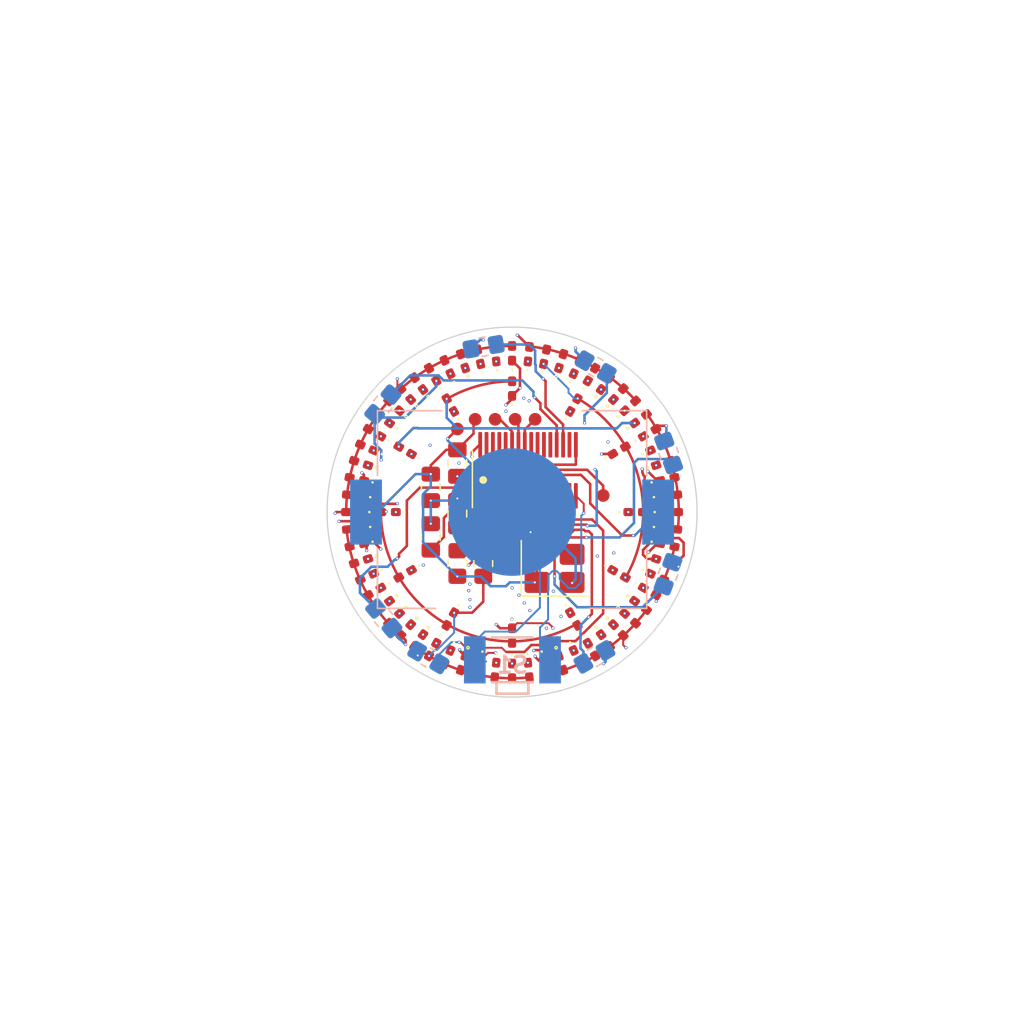
<source format=kicad_pcb>
(kicad_pcb (version 20241229) (generator "pcbnew") (generator_version "9.0")
  (layers (0 "F.Cu" signal) (4 "In1.Cu" signal) (6 "In2.Cu" signal) (2 "B.Cu" signal) (13 "F.Paste" user) (15 "B.Paste" user) (5 "F.SilkS" user "F.Silkscreen") (7 "B.SilkS" user "B.Silkscreen") (1 "F.Mask" user) (3 "B.Mask" user) (25 "Edge.Cuts" user))
  (net 0 "")
  (net 1 "NRST")
  (net 2 "GND")
  (net 3 "Net-(U3-VCORE)")
  (net 4 "Net-(U3-PA4{slash}LFCLK_IN{slash}LFXOUT)")
  (net 5 "Net-(U3-PA2{slash}ROSC)")
  (net 6 "Net-(U3-PA5{slash}HFXIN{slash}FCC_IN)")
  (net 7 "Net-(U3-PA8)")
  (net 8 "Net-(U3-PA10{slash}CLK_OUT)")
  (net 9 "Net-(U3-PA25{slash}A0_2)")
  (net 10 "Net-(U3-PA13)")
  (net 11 "Net-(U3-PA12{slash}FCC_IN)")
  (net 12 "Net-(U3-PA7{slash}CLK_OUT)")
  (net 15 "Net-(U3-PA9{slash}RTC_OUT{slash}CLK_OUT)")
  (net 25 "PA18{slash}SPI1_PICO{slash}BSL_Invoke")
  (net 29 "PA25{slash}SPI1_CS3")
  (net 30 "PA13{slash}TFT_D{slash}C")
  (net 31 "PA12")
  (net 32 "PA10")
  (net 33 "PA8{slash}SPI0_CS0")
  (net 34 "PA5{slash}HFXIN")
  (net 35 "PA4")
  (net 36 "PA2")
  (net 37 "Net-(U3-PA3{slash}LFXIN)")
  (net 38 "SWDIO")
  (net 39 "SWCLK")
  (net 40 "PA7")
  (net 41 "+VBATT")
  (footprint "LED_SMD:LED_0402_1005Metric_Pad0.77x0.64mm_HandSolder" (layer "F.Cu") (at 96.3808 58.45225 -150)
    (property "Reference" "D37" (hide yes))
    (property "Value" "LED_45deg")
  )
  (footprint "LED_SMD:LED_0402_1005Metric_Pad0.77x0.64mm_HandSolder" (layer "F.Cu") (at 94.985327 49.641581 168)
    (property "Reference" "D30" (hide yes))
    (property "Value" "LED_45deg")
  )
  (footprint "LED_SMD:LED_0402_1005Metric_Pad0.77x0.64mm_HandSolder" (layer "F.Cu") (at 107.159352 64.67525 -90)
    (property "Reference" "D47" (hide yes))
    (property "Value" "LED_45deg")
  )
  (footprint "TestPoint:TestPoint_Pad_D1.0mm" (layer "F.Cu") (at 102.87 45.72)
    (property "Reference" "TP2" (hide yes))
    (property "Value" "TestPoint")
  )
  (footprint "LED_SMD:LED_0402_1005Metric_Pad0.77x0.64mm_HandSolder" (layer "F.Cu") (at 102.319353 43.845375 120)
    (property "Reference" "D66" (hide yes))
    (property "Value" "LED_45deg")
  )
  (footprint "Capacitor_SMD:C_0805_2012Metric_Pad1.18x1.45mm_HandSolder" (layer "F.Cu") (at 102.87 52.3494 90)
    (property "Reference" "C4" (hide yes))
    (property "Value" "10nF")
  )
  (footprint "LED_SMD:LED_0402_1005Metric_Pad0.77x0.64mm_HandSolder" (layer "F.Cu") (at 97.478704 52.228875 180)
    (property "Reference" "D68" (hide yes))
    (property "Value" "LED_45deg")
  )
  (footprint "LED_SMD:LED_0402_1005Metric_Pad0.77x0.64mm_HandSolder" (layer "F.Cu") (at 107.159352 39.78325 90)
    (property "Reference" "D17" (hide yes))
    (property "Value" "LED_45deg")
  )
  (footprint "LED_SMD:LED_0402_1005Metric_Pad0.77x0.64mm_HandSolder" (layer "F.Cu") (at 119.537172 53.530211 -6)
    (property "Reference" "D1" (hide yes))
    (property "Value" "LED_45deg")
  )
  (footprint "LED_SMD:LED_0402_1005Metric_Pad0.77x0.64mm_HandSolder" (layer "F.Cu") (at 119.333377 49.641581 12)
    (property "Reference" "D4" (hide yes))
    (property "Value" "LED_45deg")
  )
  (footprint "LED_SMD:LED_0402_1005Metric_Pad0.77x0.64mm_HandSolder" (layer "F.Cu") (at 113.382352 63.007802 -60)
    (property "Reference" "D52" (hide yes))
    (property "Value" "LED_45deg")
  )
  (footprint "LED_SMD:LED_0402_1005Metric_Pad0.77x0.64mm_HandSolder" (layer "F.Cu") (at 115.487352 61.47843 -48)
    (property "Reference" "D54" (hide yes))
    (property "Value" "LED_45deg")
  )
  (footprint "LED_SMD:LED_0402_1005Metric_Pad0.77x0.64mm_HandSolder" (layer "F.Cu") (at 107.159727 42.548602 90)
    (property "Reference" "D65" (hide yes))
    (property "Value" "LED_45deg")
  )
  (footprint "Oscillator:Oscillator_SMD_Abracon_ASE-4Pin_3.2x2.5mm_HandSoldering" (layer "F.Cu") (at 110.49 56.642)
    (property "Reference" "Y2" (hide yes))
    (property "Value" "TXC-7C")
  )
  (footprint "TestPoint:TestPoint_Pad_D1.0mm" (layer "F.Cu") (at 107.399667 44.958)
    (property "Reference" "TP3" (hide yes))
    (property "Value" "TestPoint" (hide yes))
  )
  (footprint "LED_SMD:LED_0402_1005Metric_Pad0.77x0.64mm_HandSolder" (layer "F.Cu") (at 95.789365 47.167006 156)
    (property "Reference" "D28" (hide yes))
    (property "Value" "LED_45deg")
  )
  (footprint "LED_SMD:LED_0402_1005Metric_Pad0.77x0.64mm_HandSolder" (layer "F.Cu") (at 98.831352 61.47843 -132)
    (property "Reference" "D40" (hide yes))
    (property "Value" "LED_45deg")
  )
  (footprint "LED_SMD:LED_0402_1005Metric_Pad0.77x0.64mm_HandSolder" (layer "F.Cu") (at 100.936352 41.450698 120)
    (property "Reference" "D22" (hide yes))
    (property "Value" "LED_45deg")
  )
  (footprint "TestPoint:TestPoint_Pad_D1.0mm" (layer "F.Cu") (at 105.833333 44.958)
    (property "Reference" "TP4" (hide yes))
    (property "Value" "TestPoint" (hide yes))
  )
  (footprint "LED_SMD:LED_0402_1005Metric_Pad0.77x0.64mm_HandSolder" (layer "F.Cu") (at 113.382352 41.450698 60)
    (property "Reference" "D12" (hide yes))
    (property "Value" "LED_45deg")
  )
  (footprint "LED_SMD:LED_0402_1005Metric_Pad0.77x0.64mm_HandSolder" (layer "F.Cu") (at 119.605352 52.22925)
    (property "Reference" "D2" (hide yes))
    (property "Value" "LED_45deg")
  )
  (footprint "LED_SMD:LED_0402_1005Metric_Pad0.77x0.64mm_HandSolder" (layer "F.Cu") (at 104.571683 40.055225 102)
    (property "Reference" "D19" (hide yes))
    (property "Value" "LED_45deg")
  )
  (footprint "LED_SMD:LED_0402_1005Metric_Pad0.77x0.64mm_HandSolder" (layer "F.Cu") (at 119.537172 50.928289 6)
    (property "Reference" "D3" (hide yes))
    (property "Value" "LED_45deg")
  )
  (footprint "LED_SMD:LED_0402_1005Metric_Pad0.77x0.64mm_HandSolder" (layer "F.Cu") (at 94.985327 54.816919 -168)
    (property "Reference" "D34" (hide yes))
    (property "Value" "LED_45deg")
  )
  (footprint "Resistor_SMD:R_0805_2012Metric_Pad1.20x1.40mm_HandSolder" (layer "F.Cu") (at 102.87 56.261 90)
    (property "Reference" "R19" (hide yes))
    (property "Value" "47k")
  )
  (footprint "Capacitor_SMD:C_0805_2012Metric_Pad1.18x1.45mm_HandSolder" (layer "F.Cu") (at 102.87 48.387 -90)
    (property "Reference" "C7" (hide yes))
    (property "Value" "10uF")
  )
  (footprint "LED_SMD:LED_0402_1005Metric_Pad0.77x0.64mm_HandSolder" (layer "F.Cu") (at 111.005378 64.066099 -72)
    (property "Reference" "D50" (hide yes))
    (property "Value" "LED_45deg")
  )
  (footprint "LED_SMD:LED_0402_1005Metric_Pad0.77x0.64mm_HandSolder" (layer "F.Cu") (at 97.910172 60.55725 -138)
    (property "Reference" "D39" (hide yes))
    (property "Value" "LED_45deg")
  )
  (footprint "LED_SMD:LED_0402_1005Metric_Pad0.77x0.64mm_HandSolder" (layer "F.Cu") (at 117.937904 46.00625 30)
    (property "Reference" "D7" (hide yes))
    (property "Value" "LED_45deg")
  )
  (footprint "LED_SMD:LED_0402_1005Metric_Pad0.77x0.64mm_HandSolder" (layer "F.Cu") (at 114.474927 42.160224 54)
    (property "Reference" "D11" (hide yes))
    (property "Value" "LED_45deg")
  )
  (footprint "LED_SMD:LED_0402_1005Metric_Pad0.77x0.64mm_HandSolder" (layer "F.Cu") (at 105.858391 64.60707 -96)
    (property "Reference" "D46" (hide yes))
    (property "Value" "LED_45deg")
  )
  (footprint "LED_SMD:LED_0402_1005Metric_Pad0.77x0.64mm_HandSolder" (layer "F.Cu") (at 116.408532 60.55725 -42)
    (property "Reference" "D55" (hide yes))
    (property "Value" "LED_45deg")
  )
  (footprint "Capacitor_SMD:C_0805_2012Metric_Pad1.18x1.45mm_HandSolder" (layer "F.Cu") (at 100.7872 50.292 -90)
    (property "Reference" "C8" (hide yes))
    (property "Value" "0.1uF")
  )
  (footprint "LED_SMD:LED_0402_1005Metric_Pad0.77x0.64mm_HandSolder" (layer "F.Cu") (at 95.322503 56.075276 -162)
    (property "Reference" "D35" (hide yes))
    (property "Value" "LED_45deg")
  )
  (footprint "LED_SMD:LED_0402_1005Metric_Pad0.77x0.64mm_HandSolder" (layer "F.Cu") (at 97.090326 44.913675 144)
    (property "Reference" "D26" (hide yes))
    (property "Value" "LED_45deg")
  )
  (footprint "TestPoint:TestPoint_Pad_D1.0mm" (layer "F.Cu") (at 104.267 44.958)
    (property "Reference" "TP1" (hide yes))
    (property "Value" "TestPoint")
  )
  (footprint "LED_SMD:LED_0402_1005Metric_Pad0.77x0.64mm_HandSolder" (layer "F.Cu") (at 112.221596 63.599237 -66)
    (property "Reference" "D51" (hide yes))
    (property "Value" "LED_45deg")
  )
  (footprint "LED_SMD:LED_0402_1005Metric_Pad0.77x0.64mm_HandSolder" (layer "F.Cu") (at 117.937904 58.45225 -30)
    (property "Reference" "D57" (hide yes))
    (property "Value" "LED_45deg")
  )
  (footprint "LED_SMD:LED_0402_1005Metric_Pad0.77x0.64mm_HandSolder" (layer "F.Cu") (at 97.910172 43.90125 138)
    (property "Reference" "D25" (hide yes))
    (property "Value" "LED_45deg")
  )
  (footprint "LED_SMD:LED_0402_1005Metric_Pad0.77x0.64mm_HandSolder" (layer "F.Cu") (at 108.460313 64.60707 -84)
    (property "Reference" "D48" (hide yes))
    (property "Value" "LED_45deg")
  )
  (footprint "LED_SMD:LED_0402_1005Metric_Pad0.77x0.64mm_HandSolder" (layer "F.Cu") (at 104.571683 64.403275 -102)
    (property "Reference" "D45" (hide yes))
    (property "Value" "LED_45deg")
  )
  (footprint "LED_SMD:LED_0402_1005Metric_Pad0.77x0.64mm_HandSolder" (layer "F.Cu") (at 117.228378 44.913675 36)
    (property "Reference" "D8" (hide yes))
    (property "Value" "LED_45deg")
  )
  (footprint "LED_SMD:LED_0402_1005Metric_Pad0.77x0.64mm_HandSolder" (layer "F.Cu") (at 112.000001 43.84575 60)
    (property "Reference" "D64" (hide yes))
    (property "Value" "LED_45deg")
  )
  (footprint "LED_SMD:LED_0402_1005Metric_Pad0.77x0.64mm_HandSolder" (layer "F.Cu") (at 103.313326 40.392401 108)
    (property "Reference" "D20" (hide yes))
    (property "Value" "LED_45deg")
  )
  (footprint "LED_SMD:LED_0402_1005Metric_Pad0.77x0.64mm_HandSolder" (layer "F.Cu") (at 115.542852 57.069899 -30)
    (property "Reference" "D61" (hide yes))
    (property "Value" "LED_45deg")
  )
  (footprint "LED_SMD:LED_0402_1005Metric_Pad0.77x0.64mm_HandSolder" (layer "F.Cu") (at 102.097108 63.599237 -114)
    (property "Reference" "D43" (hide yes))
    (property "Value" "LED_45deg")
  )
  (footprint "LED_SMD:LED_0402_1005Metric_Pad0.77x0.64mm_HandSolder" (layer "F.Cu") (at 115.543227 47.389251 30)
    (property "Reference" "D63" (hide yes))
    (property "Value" "LED_45deg")
  )
  (footprint "LED_SMD:LED_0402_1005Metric_Pad0.77x0.64mm_HandSolder" (layer "F.Cu") (at 111.999351 60.613125 -60)
    (property "Reference" "D72" (hide yes))
    (property "Value" "LED_45deg")
  )
  (footprint "LED_SMD:LED_0402_1005Metric_Pad0.77x0.64mm_HandSolder" (layer "F.Cu") (at 114.474927 62.298276 -54)
    (property "Reference" "D53" (hide yes))
    (property "Value" "LED_45deg")
  )
  (footprint "LED_SMD:LED_0402_1005Metric_Pad0.77x0.64mm_HandSolder" (layer "F.Cu") (at 98.775852 47.388601 150)
    (property "Reference" "D67" (hide yes))
    (property "Value" "LED_45deg")
  )
  (footprint "LED_SMD:LED_0402_1005Metric_Pad0.77x0.64mm_HandSolder" (layer "F.Cu") (at 112.221596 40.859263 66)
    (property "Reference" "D13" (hide yes))
    (property "Value" "LED_45deg")
  )
  (footprint "LED_SMD:LED_0402_1005Metric_Pad0.77x0.64mm_HandSolder" (layer "F.Cu") (at 116.408532 43.90125 42)
    (property "Reference" "D9" (hide yes))
    (property "Value" "LED_45deg")
  )
  (footprint "LED_SMD:LED_0402_1005Metric_Pad0.77x0.64mm_HandSolder" (layer "F.Cu") (at 118.996201 48.383224 18)
    (property "Reference" "D5" (hide yes))
    (property "Value" "LED_45deg")
  )
  (footprint "LED_SMD:LED_0402_1005Metric_Pad0.77x0.64mm_HandSolder" (layer "F.Cu") (at 108.460313 39.85143 84)
    (property "Reference" "D16" (hide yes))
    (property "Value" "LED_45deg")
  )
  (footprint "led_watch:generic_VSSOP_0.5mm" (layer "F.Cu") (at 105.658 48.953025 90)
    (property "Reference" "U3" (hide yes))
    (property "Value" "M0G3507QDGS32RQ1")
  )
  (footprint "LED_SMD:LED_0402_1005Metric_Pad0.77x0.64mm_HandSolder" (layer "F.Cu") (at 109.747021 40.055225 78)
    (property "Reference" "D15" (hide yes))
    (property "Value" "LED_45deg")
  )
  (footprint "Capacitor_SMD:C_0805_2012Metric_Pad1.18x1.45mm_HandSolder" (layer "F.Cu") (at 100.7872 54.1782 90)
    (property "Reference" "C9" (hide yes))
    (property "Value" "0.47uF")
  )
  (footprint "LED_SMD:LED_0402_1005Metric_Pad0.77x0.64mm_HandSolder" (layer "F.Cu") (at 98.831352 42.98007 132)
    (property "Reference" "D24" (hide yes))
    (property "Value" "LED_45deg")
  )
  (footprint "LED_SMD:LED_0402_1005Metric_Pad0.77x0.64mm_HandSolder" (layer "F.Cu") (at 116.84 52.229625)
    (property "Reference" "D62" (hide yes))
    (property "Value" "LED_45deg")
  )
  (footprint "LED_SMD:LED_0402_1005Metric_Pad0.77x0.64mm_HandSolder" (layer "F.Cu") (at 102.318703 60.61275 -120)
    (property "Reference" "D70" (hide yes))
    (property "Value" "LED_45deg")
  )
  (footprint "LED_SMD:LED_0402_1005Metric_Pad0.77x0.64mm_HandSolder" (layer "F.Cu") (at 109.747021 64.403275 -78)
    (property "Reference" "D49" (hide yes))
    (property "Value" "LED_45deg")
  )
  (footprint "LED_SMD:LED_0402_1005Metric_Pad0.77x0.64mm_HandSolder" (layer "F.Cu") (at 94.781532 53.530211 -174)
    (property "Reference" "D33" (hide yes))
    (property "Value" "LED_45deg")
  )
  (footprint "LED_SMD:LED_0402_1005Metric_Pad0.77x0.64mm_HandSolder" (layer "F.Cu") (at 96.3808 46.00625 150)
    (property "Reference" "D27" (hide yes))
    (property "Value" "LED_45deg")
  )
  (footprint "TestPoint:TestPoint_Pad_D1.0mm" (layer "F.Cu") (at 114.3 50.927)
    (property "Reference" "TP5" (hide yes))
    (property "Value" "TestPoint" (hide yes))
  )
  (footprint "LED_SMD:LED_0402_1005Metric_Pad0.77x0.64mm_HandSolder" (layer "F.Cu") (at 119.333377 54.816919 -12)
    (property "Reference" "D60" (hide yes))
    (property "Value" "LED_45deg")
  )
  (footprint "LED_SMD:LED_0402_1005Metric_Pad0.77x0.64mm_HandSolder" (layer "F.Cu") (at 118.529339 47.167006 24)
    (property "Reference" "D6" (hide yes))
    (property "Value" "LED_45deg")
  )
  (footprint "LED_SMD:LED_0402_1005Metric_Pad0.77x0.64mm_HandSolder" (layer "F.Cu") (at 99.843777 42.160224 126)
    (property "Reference" "D23" (hide yes))
    (property "Value" "LED_45deg")
  )
  (footprint "LED_SMD:LED_0402_1005Metric_Pad0.77x0.64mm_HandSolder" (layer "F.Cu") (at 99.843777 62.298276 -126)
    (property "Reference" "D41" (hide yes))
    (property "Value" "LED_45deg")
  )
  (footprint "LED_SMD:LED_0402_1005Metric_Pad0.77x0.64mm_HandSolder" (layer "F.Cu") (at 118.996201 56.075276 -18)
    (property "Reference" "D59" (hide yes))
    (property "Value" "LED_45deg")
  )
  (footprint "LED_SMD:LED_0402_1005Metric_Pad0.77x0.64mm_HandSolder" (layer "F.Cu") (at 98.775477 57.069249 -150)
    (property "Reference" "D69" (hide yes))
    (property "Value" "LED_45deg")
  )
  (footprint "LED_SMD:LED_0402_1005Metric_Pad0.77x0.64mm_HandSolder" (layer "F.Cu") (at 100.936352 63.007802 -120)
    (property "Reference" "D42" (hide yes))
    (property "Value" "LED_45deg")
  )
  (footprint "TestPoint:TestPoint_Pad_D1.0mm" (layer "F.Cu") (at 108.966 44.958)
    (property "Reference" "TP6" (hide yes))
    (property "Value" "TestPoint" (hide yes))
  )
  (footprint "LED_SMD:LED_0402_1005Metric_Pad0.77x0.64mm_HandSolder" (layer "F.Cu") (at 97.090326 59.544825 -144)
    (property "Reference" "D38" (hide yes))
    (property "Value" "LED_45deg")
  )
  (footprint "LED_SMD:LED_0402_1005Metric_Pad0.77x0.64mm_HandSolder" (layer "F.Cu") (at 94.781532 50.928289 174)
    (property "Reference" "D31" (hide yes))
    (property "Value" "LED_45deg")
  )
  (footprint "LED_SMD:LED_0402_1005Metric_Pad0.77x0.64mm_HandSolder" (layer "F.Cu") (at 105.858391 39.85143 96)
    (property "Reference" "D18" (hide yes))
    (property "Value" "LED_45deg")
  )
  (footprint "LED_SMD:LED_0402_1005Metric_Pad0.77x0.64mm_HandSolder" (layer "F.Cu") (at 95.789365 57.291494 -156)
    (property "Reference" "D36" (hide yes))
    (property "Value" "LED_45deg")
  )
  (footprint "LED_SMD:LED_0402_1005Metric_Pad0.77x0.64mm_HandSolder" (layer "F.Cu") (at 94.713352 52.22925 180)
    (property "Reference" "D32" (hide yes))
    (property "Value" "LED_45deg")
  )
  (footprint "LED_SMD:LED_0402_1005Metric_Pad0.77x0.64mm_HandSolder" (layer "F.Cu") (at 107.158977 61.909898 -90)
    (property "Reference" "D71" (hide yes))
    (property "Value" "LED_45deg")
  )
  (footprint "LED_SMD:LED_0402_1005Metric_Pad0.77x0.64mm_HandSolder" (layer "F.Cu") (at 95.322503 48.383224 162)
    (property "Reference" "D29" (hide yes))
    (property "Value" "LED_45deg")
  )
  (footprint "LED_SMD:LED_0402_1005Metric_Pad0.77x0.64mm_HandSolder" (layer "F.Cu") (at 102.097108 40.859263 114)
    (property "Reference" "D21" (hide yes))
    (property "Value" "LED_45deg")
  )
  (footprint "LED_SMD:LED_0402_1005Metric_Pad0.77x0.64mm_HandSolder" (layer "F.Cu") (at 118.529339 57.291494 -24)
    (property "Reference" "D58" (hide yes))
    (property "Value" "LED_45deg")
  )
  (footprint "LED_SMD:LED_0402_1005Metric_Pad0.77x0.64mm_HandSolder" (layer "F.Cu") (at 117.228378 59.544825 -36)
    (property "Reference" "D56" (hide yes))
    (property "Value" "LED_45deg")
  )
  (footprint "Resistor_SMD:R_0805_2012Metric_Pad1.20x1.40mm_HandSolder" (layer "F.Cu") (at 104.902 56.261 -90)
    (property "Reference" "R11" (hide yes))
    (property "Value" "75")
  )
  (footprint "LED_SMD:LED_0402_1005Metric_Pad0.77x0.64mm_HandSolder" (layer "F.Cu") (at 115.487352 42.98007 48)
    (property "Reference" "D10" (hide yes))
    (property "Value" "LED_45deg")
  )
  (footprint "LED_SMD:LED_0402_1005Metric_Pad0.77x0.64mm_HandSolder" (layer "F.Cu") (at 103.313326 64.066099 -108)
    (property "Reference" "D44" (hide yes))
    (property "Value" "LED_45deg")
  )
  (footprint "LED_SMD:LED_0402_1005Metric_Pad0.77x0.64mm_HandSolder" (layer "F.Cu") (at 111.005378 40.392401 72)
    (property "Reference" "D14" (hide yes))
    (property "Value" "LED_45deg")
  )
  (footprint "led_watch:BAT_BAT-HLD-001" (layer "B.Cu") (at 107.159352 52.22925)
    (property "Reference" "BT1" (hide yes))
    (property "Value" "BAT-HLD-001")
  )
  (footprint "Resistor_SMD:R_0805_2012Metric_Pad1.20x1.40mm_HandSolder" (layer "B.Cu") (at 104.9274 39.2684 -170)
    (property "Reference" "R15" (hide yes))
    (property "Value" "75")
  )
  (footprint "Resistor_SMD:R_0805_2012Metric_Pad1.20x1.40mm_HandSolder" (layer "B.Cu") (at 119.4308 47.5996 110)
    (property "Reference" "R1" (hide yes))
    (property "Value" "75")
  )
  (footprint "Resistor_SMD:R_0805_2012Metric_Pad1.20x1.40mm_HandSolder" (layer "B.Cu") (at 113.616625 63.5842 30)
    (property "Reference" "R5" (hide yes))
    (property "Value" "75")
  )
  (footprint "Resistor_SMD:R_0805_2012Metric_Pad1.20x1.40mm_HandSolder" (layer "B.Cu") (at 113.718225 40.8606 150)
    (property "Reference" "R17" (hide yes))
    (property "Value" "75")
  )
  (footprint "led_watch:KSS223GLFG" (layer "B.Cu") (at 107.188 64.262 180)
    (property "Reference" "S1")
    (property "Value" "KSS223GLFG" (hide yes))
  )
  (footprint "Resistor_SMD:R_0805_2012Metric_Pad1.20x1.40mm_HandSolder" (layer "B.Cu") (at 100.584 63.627 150)
    (property "Reference" "R7" (hide yes))
    (property "Value" "75")
  )
  (footprint "Resistor_SMD:R_0805_2012Metric_Pad1.20x1.40mm_HandSolder" (layer "B.Cu") (at 119.38 57.0992 70)
    (property "Reference" "R3" (hide yes))
    (property "Value" "75")
  )
  (footprint "Resistor_SMD:R_0805_2012Metric_Pad1.20x1.40mm_HandSolder" (layer "B.Cu") (at 97.028 43.7896 -130)
    (property "Reference" "R13" (hide yes))
    (property "Value" "75")
  )
  (footprint "Resistor_SMD:R_0805_2012Metric_Pad1.20x1.40mm_HandSolder" (layer "B.Cu") (at 97.1042 60.5536 -50)
    (property "Reference" "R9" (hide yes))
    (property "Value" "75")
  )
  (gr_arc (start 108.5088 39.242959) (mid 113.083837 40.599644) (end 116.8654 43.510201) (stroke (width 0.2)) (layer "F.Cu") (net 36))
  (gr_arc (start 112.302443 43.32531) (mid 117.089204 49.571745) (end 116.055717 57.373215) (stroke (width 0.2)) (layer "F.Cu") (net 31))
  (gr_arc (start 94.157796 52.218378) (mid 95.017977 47.557263) (end 97.4852 43.5102) (stroke (width 0.2)) (layer "F.Cu") (net 33))
  (gr_arc (start 102.0572 43.3578) (mid 104.527009 42.32851) (end 107.180042 41.98093) (stroke (width 0.2)) (layer "F.Cu") (net 40))
  (gr_arc (start 98.4504 42.5704) (mid 102.491741 40.071356) (end 107.1626 39.199158) (stroke (width 0.2)) (layer "F.Cu") (net 34))
  (gr_arc (start 117.720248 59.86322) (mid 114.277557 63.141349) (end 109.888212 64.966697) (stroke (width 0.2)) (layer "F.Cu") (net 30))
  (gr_arc (start 119.896361 54.934677) (mid 119.324156 56.896403) (end 118.446601 58.741852) (stroke (width 0.2)) (layer "F.Cu") (net 31))
  (gr_arc (start 108.534942 65.184471) (mid 103.783573 64.813276) (end 99.483119 62.759162) (stroke (width 0.2)) (layer "F.Cu") (net 29))
  (gr_arc (start 112.268 60.96) (mid 102.040091 61.023773) (end 96.871002 52.197976) (stroke (width 0.2)) (layer "F.Cu") (net 40))
  (gr_arc (start 98.439509 61.926175) (mid 95.541583 58.155993) (end 94.187085 53.59775) (stroke (width 0.2)) (layer "F.Cu") (net 32))
  (gr_arc (start 117.737437 44.54712) (mid 119.778944 48.830366) (end 120.157209 53.560151) (stroke (width 0.2)) (layer "F.Cu") (net 35))
  (gr_circle (center 107.159352 52.22925) (end 121.659352 52.22925) (stroke (width 0.1)) (fill no) (layer "Edge.Cuts"))
  (segment (start 107.158 52.354) (end 107.158 50.953025) (width 0.2) (layer "F.Cu") (net 1))
  (segment (start 114.3 50.927) (end 114.3 50.165) (width 0.2) (layer "F.Cu") (net 1))
  (segment (start 114.3 50.165) (end 113.05 48.915) (width 0.2) (layer "F.Cu") (net 1))
  (segment (start 107.549 48.915) (end 107.158 49.306) (width 0.2) (layer "F.Cu") (net 1))
  (segment (start 107.158 49.306) (end 107.158 50.953025) (width 0.2) (layer "F.Cu") (net 1))
  (segment (start 113.05 48.915) (end 107.549 48.915) (width 0.2) (layer "F.Cu") (net 1))
  (segment (start 106.2775 53.2345) (end 107.158 52.354) (width 0.2) (layer "F.Cu") (net 1))
  (segment (start 102.87 53.2345) (end 106.2775 53.2345) (width 0.2) (layer "F.Cu") (net 1))
  (segment (start 102.87 54.9816) (end 102.87 53.2345) (width 0.2) (layer "F.Cu") (net 1))
  (segment (start 108.542593 53.805593) (end 108.158 53.421) (width 0.2) (layer "F.Cu") (net 2))
  (segment (start 108.608123 53.805593) (end 108.542593 53.805593) (width 0.2) (layer "F.Cu") (net 2))
  (segment (start 108.158 53.421) (end 108.158 50.953025) (width 0.2) (layer "F.Cu") (net 2))
  (segment (start 102.87 45.72) (end 102.108 46.482) (width 0.2) (layer "F.Cu") (net 2))
  (via (at 100.7872 51.3295) (size 0.25) (drill 0.15) (layers "F.Cu" "B.Cu") (net 2))
  (via (at 102.87 49.4245) (size 0.25) (drill 0.15) (layers "F.Cu" "B.Cu") (net 2))
  (via (at 111.865 57.785) (size 0.25) (drill 0.15) (layers "F.Cu" "B.Cu") (net 2))
  (via (at 102.108 46.482) (size 0.25) (drill 0.15) (layers "F.Cu" "B.Cu") (net 2))
  (via (at 108.608123 53.805593) (size 0.25) (drill 0.15) (layers "F.Cu" "B.Cu") (net 2))
  (via (at 102.87 51.1595) (size 0.25) (drill 0.15) (layers "F.Cu" "B.Cu") (net 2))
  (via (at 100.7872 53.1407) (size 0.25) (drill 0.15) (layers "F.Cu" "B.Cu") (net 2))
  (segment (start 108.49025 52.22925) (end 107.159352 52.22925) (width 0.2) (layer "B.Cu") (net 2))
  (segment (start 112.141 55.88) (end 108.49025 52.22925) (width 0.2) (layer "B.Cu") (net 2))
  (segment (start 105.029 61.595) (end 104.619 62.005) (width 0.1524) (layer "B.Cu") (net 2))
  (segment (start 112.141 57.509) (end 112.141 55.88) (width 0.2) (layer "B.Cu") (net 2))
  (segment (start 107.467997 61.595) (end 105.029 61.595) (width 0.1524) (layer "B.Cu") (net 2))
  (segment (start 104.313648 64.977352) (end 103.866392 64.977352) (width 0.2) (layer "B.Cu") (net 2))
  (segment (start 102.108 46.609) (end 107.159352 51.660352) (width 0.2) (layer "B.Cu") (net 2))
  (segment (start 111.865 57.785) (end 112.141 57.509) (width 0.2) (layer "B.Cu") (net 2))
  (segment (start 106.259602 51.3295) (end 107.159352 52.22925) (width 0.2) (layer "B.Cu") (net 2))
  (segment (start 100.7872 53.1407) (end 100.7872 51.3295) (width 0.2) (layer "B.Cu") (net 2))
  (segment (start 104.619 63.939) (end 105.123997 63.939) (width 0.1524) (layer "B.Cu") (net 2))
  (segment (start 107.159352 51.660352) (end 107.159352 52.22925) (width 0.2) (layer "B.Cu") (net 2))
  (segment (start 102.108 46.482) (end 102.108 46.609) (width 0.2) (layer "B.Cu") (net 2))
  (segment (start 109.3412 59.721797) (end 109.3412 54.411098) (width 0.1524) (layer "B.Cu") (net 2))
  (segment (start 100.7872 51.3295) (end 106.259602 51.3295) (width 0.2) (layer "B.Cu") (net 2))
  (segment (start 104.619 62.005) (end 104.619 63.939) (width 0.1524) (layer "B.Cu") (net 2))
  (segment (start 109.3412 59.721797) (end 107.467997 61.595) (width 0.1524) (layer "B.Cu") (net 2))
  (segment (start 109.3412 54.411098) (end 107.159352 52.22925) (width 0.1524) (layer "B.Cu") (net 2))
  (segment (start 105.515 52.346) (end 102.15984 52.346) (width 0.2) (layer "F.Cu") (net 3))
  (segment (start 101.8132 52.69264) (end 101.8132 54.1897) (width 0.2) (layer "F.Cu") (net 3))
  (segment (start 105.658 52.203) (end 105.515 52.346) (width 0.2) (layer "F.Cu") (net 3))
  (segment (start 102.15984 52.346) (end 101.8132 52.69264) (width 0.2) (layer "F.Cu") (net 3))
  (segment (start 101.8132 54.1897) (end 100.7872 55.2157) (width 0.2) (layer "F.Cu") (net 3))
  (segment (start 105.658 50.953025) (end 105.658 52.203) (width 0.2) (layer "F.Cu") (net 3))
  (segment (start 109.658 52.7708) (end 109.658 50.953025) (width 0.2) (layer "F.Cu") (net 4))
  (segment (start 111.1042 54.217) (end 109.658 52.7708) (width 0.2) (layer "F.Cu") (net 4))
  (segment (start 112.986 54.217) (end 111.1042 54.217) (width 0.2) (layer "F.Cu") (net 4))
  (via (at 112.986 54.217) (size 0.25) (drill 0.15) (layers "F.Cu" "B.Cu") (net 4))
  (segment (start 116.713 48.387) (end 117.028831 48.071169) (width 0.2) (layer "B.Cu") (net 4))
  (segment (start 115.582 54.217) (end 116.713 53.086) (width 0.2) (layer "B.Cu") (net 4))
  (segment (start 119.304696 48.071169) (end 119.77282 48.539293) (width 0.2) (layer "B.Cu") (net 4))
  (segment (start 116.713 53.086) (end 116.713 48.387) (width 0.2) (layer "B.Cu") (net 4))
  (segment (start 117.028831 48.071169) (end 119.304696 48.071169) (width 0.2) (layer "B.Cu") (net 4))
  (segment (start 112.986 54.217) (end 115.582 54.217) (width 0.2) (layer "B.Cu") (net 4))
  (segment (start 110.49 57.259943) (end 110.49 54.737) (width 0.2) (layer "F.Cu") (net 5))
  (segment (start 110.49 54.737) (end 108.658 52.905) (width 0.2) (layer "F.Cu") (net 5))
  (segment (start 108.658 52.905) (end 108.658 50.953025) (width 0.2) (layer "F.Cu") (net 5))
  (via (at 110.49 57.259943) (size 0.25) (drill 0.15) (layers "F.Cu" "B.Cu") (net 5))
  (segment (start 112.268 59.69) (end 117.386873 59.69) (width 0.2) (layer "B.Cu") (net 5))
  (segment (start 110.49 57.259943) (end 110.49 57.912) (width 0.2) (layer "B.Cu") (net 5))
  (segment (start 117.386873 59.69) (end 119.03798 58.038893) (width 0.2) (layer "B.Cu") (net 5))
  (segment (start 110.49 57.912) (end 112.268 59.69) (width 0.2) (layer "B.Cu") (net 5))
  (segment (start 110.158 50.953025) (end 110.158 52.7037) (width 0.2) (layer "F.Cu") (net 6))
  (segment (start 113.411 53.975) (end 113.411 60.21065) (width 0.2) (layer "F.Cu") (net 6))
  (segment (start 112.03865 53.616) (end 112.783579 53.616) (width 0.2) (layer "F.Cu") (net 6))
  (segment (start 111.83865 53.816) (end 112.03865 53.616) (width 0.2) (layer "F.Cu") (net 6))
  (segment (start 111.2703 53.816) (end 111.83865 53.816) (width 0.2) (layer "F.Cu") (net 6))
  (segment (start 113.161983 53.725983) (end 113.411 53.975) (width 0.2) (layer "F.Cu") (net 6))
  (segment (start 110.158 52.7037) (end 111.2703 53.816) (width 0.2) (layer "F.Cu") (net 6))
  (segment (start 112.893562 53.725983) (end 113.161983 53.725983) (width 0.2) (layer "F.Cu") (net 6))
  (segment (start 112.783579 53.616) (end 112.893562 53.725983) (width 0.2) (layer "F.Cu") (net 6))
  (segment (start 113.411 60.21065) (end 113.157894 60.463756) (width 0.2) (layer "F.Cu") (net 6))
  (via (at 113.157894 60.463756) (size 0.25) (drill 0.15) (layers "F.Cu" "B.Cu") (net 6))
  (segment (start 113.157894 60.463756) (end 112.522 61.09965) (width 0.2) (layer "B.Cu") (net 6))
  (segment (start 112.522 62.9158) (end 112.7506 63.1444) (width 0.2) (layer "B.Cu") (net 6))
  (segment (start 112.7506 63.1444) (end 112.7506 64.0842) (width 0.2) (layer "B.Cu") (net 6))
  (segment (start 112.522 61.09965) (end 112.522 62.9158) (width 0.2) (layer "B.Cu") (net 6))
  (segment (start 104.585702 62.732275) (end 103.414627 62.732275) (width 0.1524) (layer "F.Cu") (net 7))
  (segment (start 106.68 63.192397) (end 106.352603 62.865) (width 0.1524) (layer "F.Cu") (net 7))
  (segment (start 111.996 52.814) (end 113.433976 52.814) (width 0.2) (layer "F.Cu") (net 7))
  (segment (start 108.130603 63.192397) (end 106.732752 63.192397) (width 0.2) (layer "F.Cu") (net 7))
  (segment (start 108.674641 62.648359) (end 108.130603 63.192397) (width 0.2) (layer "F.Cu") (net 7))
  (segment (start 103.414627 62.732275) (end 103.121404 62.439052) (width 0.1524) (layer "F.Cu") (net 7))
  (segment (start 114.3 53.680024) (end 114.3 60.171593) (width 0.2) (layer "F.Cu") (net 7))
  (segment (start 111.658 50.953025) (end 111.658 52.476) (width 0.2) (layer "F.Cu") (net 7))
  (segment (start 114.3 60.171593) (end 112.127782 62.343811) (width 0.2) (layer "F.Cu") (net 7))
  (segment (start 112.127782 62.343811) (end 110.630189 62.343811) (width 0.2) (layer "F.Cu") (net 7))
  (segment (start 111.658 52.476) (end 111.996 52.814) (width 0.2) (layer "F.Cu") (net 7))
  (segment (start 110.630189 62.343811) (end 110.325641 62.648359) (width 0.2) (layer "F.Cu") (net 7))
  (segment (start 110.325641 62.648359) (end 108.674641 62.648359) (width 0.2) (layer "F.Cu") (net 7))
  (segment (start 106.732752 63.192397) (end 106.68 63.192397) (width 0.1524) (layer "F.Cu") (net 7))
  (segment (start 106.352603 62.865) (end 104.718427 62.865) (width 0.1524) (layer "F.Cu") (net 7))
  (segment (start 113.433976 52.814) (end 114.3 53.680024) (width 0.2) (layer "F.Cu") (net 7))
  (segment (start 103.121404 62.439052) (end 103.010252 62.439052) (width 0.1524) (layer "F.Cu") (net 7))
  (segment (start 104.718427 62.865) (end 104.585702 62.732275) (width 0.1524) (layer "F.Cu") (net 7))
  (via (at 103.010252 62.439052) (size 0.25) (drill 0.15) (layers "F.Cu" "B.Cu") (net 7))
  (segment (start 102.997 62.4258) (end 102.4116 62.4258) (width 0.1524) (layer "B.Cu") (net 7))
  (segment (start 102.4116 62.4258) (end 101.481217 63.356183) (width 0.1524) (layer "B.Cu") (net 7))
  (segment (start 103.010252 62.439052) (end 102.997 62.4258) (width 0.1524) (layer "B.Cu") (net 7))
  (segment (start 101.481217 63.356183) (end 101.481217 64.334352) (width 0.1524) (layer "B.Cu") (net 7))
  (segment (start 98.910165 54.886835) (end 98.910165 51.330835) (width 0.2) (layer "F.Cu") (net 8))
  (segment (start 98.298 55.499) (end 98.910165 54.886835) (width 0.2) (layer "F.Cu") (net 8))
  (segment (start 103.738 50.313) (end 105.537 48.514) (width 0.2) (layer "F.Cu") (net 8))
  (segment (start 98.910165 51.330835) (end 99.928 50.313) (width 0.2) (layer "F.Cu") (net 8))
  (segment (start 98.298 55.726721) (end 98.298 55.499) (width 0.2) (layer "F.Cu") (net 8))
  (segment (start 105.537 48.514) (end 112.141 48.514) (width 0.2) (layer "F.Cu") (net 8))
  (segment (start 98.15786 55.86686) (end 98.298 55.726721) (width 0.2) (layer "F.Cu") (net 8))
  (segment (start 112.141 48.514) (end 112.158 48.497) (width 0.2) (layer "F.Cu") (net 8))
  (segment (start 99.928 50.313) (end 103.738 50.313) (width 0.2) (layer "F.Cu") (net 8))
  (segment (start 112.158 48.497) (end 112.158 46.953025) (width 0.2) (layer "F.Cu") (net 8))
  (via (at 98.15786 55.86686) (size 0.25) (drill 0.15) (layers "F.Cu" "B.Cu") (net 8))
  (segment (start 97.409 56.515) (end 96.139 56.515) (width 0.2) (layer "B.Cu") (net 8))
  (segment (start 98.15786 55.86686) (end 98.065746 55.958974) (width 0.2) (layer "B.Cu") (net 8))
  (segment (start 95.23642 57.41758) (end 95.23642 58.562564) (width 0.2) (layer "B.Cu") (net 8))
  (segment (start 98.065746 55.958974) (end 97.965026 55.958974) (width 0.2) (layer "B.Cu") (net 8))
  (segment (start 96.139 56.515) (end 95.23642 57.41758) (width 0.2) (layer "B.Cu") (net 8))
  (segment (start 97.965026 55.958974) (end 97.409 56.515) (width 0.2) (layer "B.Cu") (net 8))
  (segment (start 95.23642 58.562564) (end 96.461412 59.787556) (width 0.2) (layer "B.Cu") (net 8))
  (segment (start 104.013 47.55105) (end 104.611025 46.953025) (width 0.2) (layer "F.Cu") (net 9))
  (segment (start 104.886001 55.260999) (end 104.902 55.260999) (width 0.2) (layer "F.Cu") (net 9))
  (segment (start 103.759 56.388) (end 104.886001 55.260999) (width 0.2) (layer "F.Cu") (net 9))
  (segment (start 104.013 47.879) (end 104.013 47.55105) (width 0.2) (layer "F.Cu") (net 9))
  (segment (start 104.611025 46.953025) (end 104.658 46.953025) (width 0.2) (layer "F.Cu") (net 9))
  (via (at 104.013 47.879) (size 0.25) (drill 0.15) (layers "F.Cu" "B.Cu") (net 9))
  (via (at 103.759 56.388) (size 0.25) (drill 0.15) (layers "F.Cu" "B.Cu") (net 9))
  (segment (start 109.383 44.1621) (end 109.382 44.1631) (width 0.2) (layer "F.Cu") (net 10))
  (segment (start 109.383 43.698298) (end 109.383 44.1621) (width 0.2) (layer "F.Cu") (net 10))
  (segment (start 110.658 45.4391) (end 110.658 46.953025) (width 0.2) (layer "F.Cu") (net 10))
  (segment (start 109.382 44.1631) (end 110.658 45.4391) (width 0.2) (layer "F.Cu") (net 10))
  (segment (start 108.931199 43.246497) (end 109.383 43.698298) (width 0.2) (layer "F.Cu") (net 10))
  (via (at 108.931199 43.246497) (size 0.25) (drill 0.15) (layers "F.Cu" "B.Cu") (net 10))
  (segment (start 101.399057 41.520498) (end 101.788559 41.91) (width 0.2) (layer "B.Cu") (net 10))
  (segment (start 108.83633 43.151628) (end 108.931199 43.246497) (width 0.2) (layer "B.Cu") (net 10))
  (segment (start 99.173846 41.520498) (end 101.399057 41.520498) (width 0.2) (layer "B.Cu") (net 10))
  (segment (start 101.788559 41.91) (end 107.95 41.91) (width 0.2) (layer "B.Cu") (net 10))
  (segment (start 107.95 41.91) (end 108.83633 42.79633) (width 0.2) (layer "B.Cu") (net 10))
  (segment (start 97.670788 43.023556) (end 99.173846 41.520498) (width 0.2) (layer "B.Cu") (net 10))
  (segment (start 108.83633 42.79633) (end 108.83633 43.151628) (width 0.2) (layer "B.Cu") (net 10))
  (segment (start 109.784 43.998) (end 111.158 45.372) (width 0.2) (layer "F.Cu") (net 11))
  (segment (start 111.158 45.372) (end 111.158 46.953025) (width 0.2) (layer "F.Cu") (net 11))
  (segment (start 109.784 41.966) (end 109.784 43.998) (width 0.2) (layer "F.Cu") (net 11))
  (segment (start 109.601 41.783) (end 109.784 41.966) (width 0.2) (layer "F.Cu") (net 11))
  (segment (start 109.601 41.782) (end 109.601 41.783) (width 0.2) (layer "F.Cu") (net 11))
  (via (at 109.601 41.782) (size 0.25) (drill 0.15) (layers "F.Cu" "B.Cu") (net 11))
  (segment (start 108.966 39.57156) (end 108.514592 39.120152) (width 0.2) (layer "B.Cu") (net 11))
  (segment (start 108.966 40.64) (end 108.966 39.57156) (width 0.2) (layer "B.Cu") (net 11))
  (segment (start 109.01 41.191) (end 109.01 40.684) (width 0.2) (layer "B.Cu") (net 11))
  (segment (start 109.01 40.684) (end 108.966 40.64) (width 0.2) (layer "B.Cu") (net 11))
  (segment (start 105.912208 39.094752) (end 108.489192 39.094752) (width 0.2) (layer "B.Cu") (net 11))
  (segment (start 109.601 41.782) (end 109.01 41.191) (width 0.2) (layer "B.Cu") (net 11))
  (segment (start 108.489192 39.094752) (end 108.514592 39.120152) (width 0.2) (layer "B.Cu") (net 11))
  (segment (start 112.985033 53.215) (end 111.87255 53.215) (width 0.2) (layer "F.Cu") (net 12))
  (segment (start 111.4364 53.415) (end 111.158 53.1366) (width 0.2) (layer "F.Cu") (net 12))
  (segment (start 111.67255 53.415) (end 111.4364 53.415) (width 0.2) (layer "F.Cu") (net 12))
  (segment (start 113.070017 53.299983) (end 112.985033 53.215) (width 0.2) (layer "F.Cu") (net 12))
  (segment (start 111.87255 53.215) (end 111.67255 53.415) (width 0.2) (layer "F.Cu") (net 12))
  (segment (start 111.158 53.1366) (end 111.158 50.953025) (width 0.2) (layer "F.Cu") (net 12))
  (via (at 113.665 48.895) (size 0.25) (drill 0.15) (layers "F.Cu" "B.Cu") (net 12))
  (via (at 113.070017 53.299983) (size 0.25) (drill 0.15) (layers "F.Cu" "B.Cu") (net 12))
  (via (at 112.836404 45.240708) (size 0.25) (drill 0.15) (layers "F.Cu" "B.Cu") (net 12))
  (segment (start 113.792 53.212033) (end 113.70405 53.299983) (width 0.2) (layer "B.Cu") (net 12))
  (segment (start 113.70405 53.299983) (end 113.070017 53.299983) (width 0.2) (layer "B.Cu") (net 12))
  (segment (start 112.836404 45.240708) (end 112.836404 44.643596) (width 0.2) (layer "B.Cu") (net 12))
  (segment (start 113.792 49.022) (end 113.792 53.212033) (width 0.2) (layer "B.Cu") (net 12))
  (segment (start 113.665 48.895) (end 113.792 49.022) (width 0.2) (layer "B.Cu") (net 12))
  (segment (start 112.836404 44.643596) (end 114.58425 42.89575) (width 0.2) (layer "B.Cu") (net 12))
  (segment (start 114.58425 42.89575) (end 114.58425 41.3606) (width 0.2) (layer "B.Cu") (net 12))
  (segment (start 112.776 51.571025) (end 112.776 52.324) (width 0.1524) (layer "F.Cu") (net 15))
  (segment (start 112.158 50.953025) (end 112.776 51.571025) (width 0.1524) (layer "F.Cu") (net 15))
  (via (at 112.776 52.324) (size 0.25) (drill 0.15) (layers "F.Cu" "B.Cu") (net 15))
  (segment (start 110.656597 56.857743) (end 110.323403 56.857743) (width 0.1524) (layer "B.Cu") (net 15))
  (segment (start 109.347 62.767) (end 110.519 63.939) (width 0.1524) (layer "B.Cu") (net 15))
  (segment (start 109.982 60.645203) (end 109.347 61.280203) (width 0.1524) (layer "B.Cu") (net 15))
  (segment (start 109.347 61.280203) (end 109.347 62.767) (width 0.1524) (layer "B.Cu") (net 15))
  (segment (start 111.60286 58.1872) (end 110.8922 57.47654) (width 0.1524) (layer "B.Cu") (net 15))
  (segment (start 109.982 57.199146) (end 109.982 60.645203) (width 0.1524) (layer "B.Cu") (net 15))
  (segment (start 112.5838 57.7232) (end 112.1198 58.1872) (width 0.1524) (layer "B.Cu") (net 15))
  (segment (start 112.1198 58.1872) (end 111.60286 58.1872) (width 0.1524) (layer "B.Cu") (net 15))
  (segment (start 110.8922 57.093346) (end 110.656597 56.857743) (width 0.1524) (layer "B.Cu") (net 15))
  (segment (start 112.776 52.324) (end 112.5838 52.5162) (width 0.1524) (layer "B.Cu") (net 15))
  (segment (start 112.5838 52.5162) (end 112.5838 57.7232) (width 0.1524) (layer "B.Cu") (net 15))
  (segment (start 110.8922 57.47654) (end 110.8922 57.093346) (width 0.1524) (layer "B.Cu") (net 15))
  (segment (start 110.323403 56.857743) (end 109.982 57.199146) (width 0.1524) (layer "B.Cu") (net 15))
  (segment (start 108.158 45.766) (end 108.158 46.953025) (width 0.2) (layer "F.Cu") (net 25))
  (segment (start 108.966 44.958) (end 108.158 45.766) (width 0.2) (layer "F.Cu") (net 25))
  (segment (start 104.902 59.244759) (end 104.902 57.261001) (width 0.2) (layer "F.Cu") (net 29))
  (segment (start 102.604953 60.11695) (end 104.029809 60.11695) (width 0.2) (layer "F.Cu") (net 29))
  (segment (start 104.029809 60.11695) (end 104.902 59.244759) (width 0.2) (layer "F.Cu") (net 29))
  (via (at 111.988739 41.382268) (size 0.25) (drill 0.15) (layers "F.Cu" "B.Cu") (net 29))
  (via (at 102.619306 60.131303) (size 0.25) (drill 0.15) (layers "F.Cu" "B.Cu") (net 29))
  (via (at 100.650102 63.503602) (size 0.25) (drill 0.15) (layers "F.Cu" "B.Cu") (net 29))
  (via (at 116.2675 52.229625) (size 0.25) (drill 0.15) (layers "F.Cu" "B.Cu") (net 29))
  (via (at 114.677675 46.736) (size 0.25) (drill 0.15) (layers "F.Cu" "B.Cu") (net 29))
  (via (at 118.451721 48.560136) (size 0.25) (drill 0.15) (layers "F.Cu" "B.Cu") (net 29))
  (via (at 95.866983 48.560136) (size 0.25) (drill 0.15) (layers "F.Cu" "B.Cu") (net 29))
  (via (at 110.998 60.4064) (size 0.25) (drill 0.15) (layers "F.Cu" "B.Cu") (net 29))
  (via (at 115.104275 61.05298) (size 0.25) (drill 0.15) (layers "F.Cu" "B.Cu") (net 29))
  (via (at 96.8766 58.166) (size 0.25) (drill 0.15) (layers "F.Cu" "B.Cu") (net 29))
  (via (at 102.329965 41.382268) (size 0.25) (drill 0.15) (layers "F.Cu" "B.Cu") (net 29))
  (segment (start 101.129333 63.024371) (end 101.27903 63.024371) (width 0.1524) (layer "B.Cu") (net 29))
  (segment (start 101.27903 63.024371) (end 102.619306 61.684095) (width 0.1524) (layer "B.Cu") (net 29))
  (segment (start 100.650102 63.503602) (end 101.129333 63.024371) (width 0.1524) (layer "B.Cu") (net 29))
  (segment (start 102.619306 61.684095) (end 102.619306 60.131303) (width 0.1524) (layer "B.Cu") (net 29))
  (segment (start 106.213998 61.337398) (end 105.918 61.0414) (width 0.2032) (layer "F.Cu") (net 30))
  (segment (start 110.305003 61.2669) (end 110.305003 61.222206) (width 0.1524) (layer "F.Cu") (net 30))
  (segment (start 95.545317 49.760608) (end 95.545317 49.314557) (width 0.2032) (layer "F.Cu") (net 30))
  (segment (start 115.870429 61.90388) (end 115.870429 62.656779) (width 0.1524) (layer "F.Cu") (net 30))
  (segment (start 95.545317 49.314557) (end 95.388635 49.157875) (width 0.2032) (layer "F.Cu") (net 30))
  (segment (start 107.158977 61.337398) (end 106.213998 61.337398) (width 0.2032) (layer "F.Cu") (net 30))
  (segment (start 110.021597 60.9388) (end 107.557575 60.9388) (width 0.1524) (layer "F.Cu") (net 30))
  (segment (start 115.870429 62.656779) (end 116.074622 62.860972) (width 0.1524) (layer "F.Cu") (net 30))
  (segment (start 110.305003 61.222206) (end 110.021597 60.9388) (width 0.1524) (layer "F.Cu") (net 30))
  (segment (start 110.360208 61.322105) (end 110.305003 61.2669) (width 0.1524) (layer "F.Cu") (net 30))
  (segment (start 114.173 47.675501) (end 115.047427 47.675501) (width 0.2032) (layer "F.Cu") (net 30))
  (segment (start 107.557575 60.9388) (end 107.158977 61.337398) (width 0.1524) (layer "F.Cu") (net 30))
  (via (at 96.901 48.132536) (size 0.25) (drill 0.15) (layers "F.Cu" "B.Cu") (net 30))
  (via (at 114.173 47.675501) (size 0.25) (drill 0.15) (layers "F.Cu" "B.Cu") (net 30))
  (via (at 97.553488 59.208318) (size 0.25) (drill 0.15) (layers "F.Cu" "B.Cu") (net 30))
  (via (at 118.006334 47.399863) (size 0.25) (drill 0.15) (layers "F.Cu" "B.Cu") (net 30))
  (via (at 95.388635 49.157875) (size 0.25) (drill 0.15) (layers "F.Cu" "B.Cu") (net 30))
  (via (at 101.222602 41.946498) (size 0.25) (drill 0.15) (layers "F.Cu" "B.Cu") (net 30))
  (via (at 116.074622 62.860972) (size 0.25) (drill 0.15) (layers "F.Cu" "B.Cu") (net 30))
  (via (at 105.918234 64.037706) (size 0.25) (drill 0.15) (layers "F.Cu" "B.Cu") (net 30))
  (via (at 110.828466 40.936881) (size 0.25) (drill 0.15) (layers "F.Cu" "B.Cu") (net 30))
  (via (at 110.360208 61.322105) (size 0.25) (drill 0.15) (layers "F.Cu" "B.Cu") (net 30))
  (via (at 105.918 61.0414) (size 0.25) (drill 0.15) (layers "F.Cu" "B.Cu") (net 30))
  (segment (start 96.387044 44.557476) (end 96.387044 46.869819) (width 0.2032) (layer "B.Cu") (net 30))
  (segment (start 96.387044 46.869819) (end 96.901 47.383775) (width 0.2032) (layer "B.Cu") (net 30))
  (segment (start 101.222602 41.946498) (end 101.222602 42.378884) (width 0.2032) (layer "B.Cu") (net 30))
  (segment (start 96.901 47.383775) (end 96.901 48.132536) (width 0.2032) (layer "B.Cu") (net 30))
  (segment (start 96.385212 44.555644) (end 96.387044 44.557476) (width 0.2032) (layer "B.Cu") (net 30))
  (segment (start 101.222602 42.378884) (end 98.778904 44.822582) (width 0.2032) (layer "B.Cu") (net 30))
  (segment (start 98.778904 44.822582) (end 96.65215 44.822582) (width 0.2032) (layer "B.Cu") (net 30))
  (segment (start 96.65215 44.822582) (end 96.385212 44.555644) (width 0.2032) (layer "B.Cu") (net 30))
  (segment (start 118.433704 58.870704) (end 118.433704 58.7385) (width 0.1524) (layer "F.Cu") (net 31))
  (segment (start 112.286251 43.34995) (end 112.286251 43.341502) (width 0.1524) (layer "F.Cu") (net 31))
  (segment (start 98.149857 51.583143) (end 98.171 51.562) (width 0.2032) (layer "F.Cu") (net 31))
  (segment (start 95.350896 50.988132) (end 95.945907 51.583143) (width 0.2032) (layer "F.Cu") (net 31))
  (segment (start 112.286251 43.341502) (end 112.302443 43.32531) (width 0.1524) (layer "F.Cu") (net 31))
  (segment (start 118.458607 58.895607) (end 118.433704 58.870704) (width 0.1524) (layer "F.Cu") (net 31))
  (segment (start 118.458607 59.219307) (end 118.458607 58.895607) (width 0.1524) (layer "F.Cu") (net 31))
  (segment (start 95.945907 51.583143) (end 98.149857 51.583143) (width 0.2032) (layer "F.Cu") (net 31))
  (via (at 107.159352 58.167) (size 0.25) (drill 0.15) (layers "F.Cu" "B.Cu") (net 31))
  (via (at 107.154173 60.629898) (size 0.25) (drill 0.15) (layers "F.Cu" "B.Cu") (net 31))
  (via (at 100.180284 42.623386) (size 0.25) (drill 0.15) (layers "F.Cu" "B.Cu") (net 31))
  (via (at 111.713101 60.117325) (size 0.25) (drill 0.15) (layers "F.Cu" "B.Cu") (net 31))
  (via (at 106.68 44.323) (size 0.25) (drill 0.15) (layers "F.Cu" "B.Cu") (net 31))
  (via (at 98.335622 60.174173) (size 0.25) (drill 0.15) (layers "F.Cu" "B.Cu") (net 31))
  (via (at 115.983082 60.174173) (size 0.25) (drill 0.15) (layers "F.Cu" "B.Cu") (net 31))
  (via (at 109.627994 40.615215) (size 0.25) (drill 0.15) (layers "F.Cu" "B.Cu") (net 31))
  (via (at 112.302443 43.32531) (size 0.25) (drill 0.15) (layers "F.Cu" "B.Cu") (net 31))
  (via (at 107.159352 64.10275) (size 0.25) (drill 0.15) (layers "F.Cu" "B.Cu") (net 31))
  (via (at 98.171 51.562) (size 0.25) (drill 0.15) (layers "F.Cu" "B.Cu") (net 31))
  (via (at 104.902 38.735) (size 0.25) (drill 0.15) (layers "F.Cu" "B.Cu") (net 31))
  (via (at 118.458607 59.219307) (size 0.25) (drill 0.15) (layers "F.Cu" "B.Cu") (net 31))
  (via (at 116.038652 57.356149) (size 0.25) (drill 0.15) (layers "F.Cu" "B.Cu") (net 31))
  (via (at 117.442104 46.2925) (size 0.25) (drill 0.15) (layers "F.Cu" "B.Cu") (net 31))
  (segment (start 111.586539 42.57376) (end 109.627994 40.615215) (width 0.1524) (layer "B.Cu") (net 31))
  (segment (start 104.64964 38.735) (end 103.942592 39.442048) (width 0.2032) (layer "B.Cu") (net 31))
  (segment (start 112.03231 43.32531) (end 111.586539 42.879539) (width 0.1524) (layer "B.Cu") (net 31))
  (segment (start 112.302443 43.32531) (end 112.03231 43.32531) (width 0.1524) (layer "B.Cu") (net 31))
  (segment (start 104.902 38.735) (end 104.64964 38.735) (width 0.2032) (layer "B.Cu") (net 31))
  (segment (start 111.586539 42.879539) (end 111.586539 42.57376) (width 0.1524) (layer "B.Cu") (net 31))
  (segment (start 98.806 62.261605) (end 98.448275 61.90388) (width 0.2032) (layer "F.Cu") (net 32))
  (segment (start 117.789874 49.027443) (end 117.801389 49.038958) (width 0.2032) (layer "F.Cu") (net 32))
  (segment (start 105.267795 63.2662) (end 105.8724 63.2662) (width 0.1524) (layer "F.Cu") (net 32))
  (segment (start 117.789874 49.024733) (end 117.789874 49.027443) (width 0.2032) (layer "F.Cu") (net 32))
  (segment (start 118.773387 49.760608) (end 118.525749 49.760608) (width 0.2032) (layer "F.Cu") (net 32))
  (segment (start 118.525749 49.760608) (end 117.789874 49.024733) (width 0.2032) (layer "F.Cu") (net 32))
  (segment (start 104.69071 63.843285) (end 105.267795 63.2662) (width 0.1524) (layer "F.Cu") (net 32))
  (segment (start 98.806 62.611) (end 98.806 62.261605) (width 0.2032) (layer "F.Cu") (net 32))
  (via (at 117.801389 49.038958) (size 0.25) (drill 0.15) (layers "F.Cu" "B.Cu") (net 32))
  (via (at 113.096102 41.946498) (size 0.25) (drill 0.15) (layers "F.Cu" "B.Cu") (net 32))
  (via (at 115.047052 56.783649) (size 0.25) (drill 0.15) (layers "F.Cu" "B.Cu") (net 32))
  (via (at 99.271277 56.782999) (size 0.25) (drill 0.15) (layers "F.Cu" "B.Cu") (net 32))
  (via (at 105.8724 63.2662) (size 0.25) (drill 0.15) (layers "F.Cu" "B.Cu") (net 32))
  (via (at 96.31237 47.399863) (size 0.25) (drill 0.15) (layers "F.Cu" "B.Cu") (net 32))
  (via (at 100.7312 46.99) (size 0.25) (drill 0.15) (layers "F.Cu" "B.Cu") (net 32))
  (via (at 98.806 62.611) (size 0.25) (drill 0.15) (layers "F.Cu" "B.Cu") (net 32))
  (via (at 114.13842 61.835114) (size 0.25) (drill 0.15) (layers "F.Cu" "B.Cu") (net 32))
  (via (at 103.490238 40.936881) (size 0.25) (drill 0.15) (layers "F.Cu" "B.Cu") (net 32))
  (via (at 109.855 61.341) (size 0.25) (drill 0.15) (layers "F.Cu" "B.Cu") (net 32))
  (segment (start 97.746988 61.551988) (end 98.806 62.611) (width 0.2032) (layer "B.Cu") (net 32))
  (segment (start 97.746988 61.319644) (end 97.746988 61.551988) (width 0.2032) (layer "B.Cu") (net 32))
  (segment (start 117.448496 49.329432) (end 117.547235 49.428171) (width 0.2032) (layer "F.Cu") (net 33))
  (segment (start 103.048192 63.007079) (end 103.048192 63.079573) (width 0.2032) (layer "F.Cu") (net 33))
  (segment (start 117.547235 49.729235) (end 118.806132 50.988132) (width 0.2032) (layer "F.Cu") (net 33))
  (segment (start 117.547235 49.428171) (end 117.547235 49.729235) (width 0.2032) (layer "F.Cu") (net 33))
  (segment (start 117.358889 48.851) (end 117.385674 48.851) (width 0.2032) (layer "F.Cu") (net 33))
  (segment (start 94.140852 52.22925) (end 93.378971 52.22925) (width 0.2032) (layer "F.Cu") (net 33))
  (segment (start 118.773387 54.697892) (end 118.530108 54.697892) (width 0.2032) (layer "F.Cu") (net 33))
  (segment (start 93.378971 52.22925) (end 93.284674 52.323547) (width 0.2032) (layer "F.Cu") (net 33))
  (segment (start 103.048192 63.079573) (end 103.490238 63.521619) (width 0.2032) (layer "F.Cu") (net 33))
  (segment (start 117.385674 48.851) (end 117.37142 48.865254) (width 0.2032) (layer "F.Cu") (net 33))
  (segment (start 117.37142 49.098018) (end 117.448496 49.329432) (width 0.2032) (layer "F.Cu") (net 33))
  (segment (start 117.37142 48.865254) (end 117.37142 49.098018) (width 0.2032) (layer "F.Cu") (net 33))
  (segment (start 118.806132 50.988132) (end 118.967808 50.988132) (width 0.2032) (layer "F.Cu") (net 33))
  (segment (start 118.530108 54.697892) (end 117.856 55.372) (width 0.2032) (layer "F.Cu") (net 33))
  (via (at 114.13842 42.623386) (size 0.25) (drill 0.15) (layers "F.Cu" "B.Cu") (net 33))
  (via (at 113.096102 62.512002) (size 0.25) (drill 0.15) (layers "F.Cu" "B.Cu") (net 33))
  (via (at 96.31237 57.058637) (size 0.25) (drill 0.15) (layers "F.Cu" "B.Cu") (net 33))
  (via (at 117.358889 48.851) (size 0.25) (drill 0.15) (layers "F.Cu" "B.Cu") (net 33))
  (via (at 104.69071 40.615215) (size 0.25) (drill 0.15) (layers "F.Cu" "B.Cu") (net 33))
  (via (at 93.284674 52.323547) (size 0.25) (drill 0.15) (layers "F.Cu" "B.Cu") (net 33))
  (via (at 115.1255 55.4355) (size 0.25) (drill 0.15) (layers "F.Cu" "B.Cu") (net 33))
  (via (at 103.048192 63.007079) (size 0.25) (drill 0.15) (layers "F.Cu" "B.Cu") (net 33))
  (via (at 99.763559 63.470028) (size 0.25) (drill 0.15) (layers "F.Cu" "B.Cu") (net 33))
  (via (at 98.051204 52.228875) (size 0.25) (drill 0.15) (layers "F.Cu" "B.Cu") (net 33))
  (via (at 117.856 55.372) (size 0.25) (drill 0.15) (layers "F.Cu" "B.Cu") (net 33))
  (segment (start 119.032852 52.22925) (end 118.05948 53.202622) (width 0.2032) (layer "F.Cu") (net 34))
  (segment (start 117.4284 55.5794) (end 117.747364 55.898364) (width 0.2032) (layer "F.Cu") (net 34))
  (segment (start 117.747364 55.898364) (end 118.451721 55.898364) (width 0.2032) (layer "F.Cu") (net 34))
  (segment (start 118.05948 54.563802) (end 117.4284 55.194882) (width 0.2032) (layer "F.Cu") (net 34))
  (segment (start 118.05948 53.202622) (end 118.05948 54.563802) (width 0.2032) (layer "F.Cu") (net 34))
  (segment (start 98.171 42.277345) (end 98.448275 42.55462) (width 0.1524) (layer "F.Cu") (net 34))
  (segment (start 117.4284 55.194882) (end 117.4284 55.5794) (width 0.2032) (layer "F.Cu") (net 34))
  (segment (start 98.171 41.783) (end 98.171 42.277345) (width 0.1524) (layer "F.Cu") (net 34))
  (via (at 115.104275 43.40552) (size 0.25) (drill 0.15) (layers "F.Cu" "B.Cu") (net 34))
  (via (at 98.171 41.783) (size 0.25) (drill 0.15) (layers "F.Cu" "B.Cu") (net 34))
  (via (at 96.8766 46.2925) (size 0.25) (drill 0.15) (layers "F.Cu" "B.Cu") (net 34))
  (via (at 100.203 56.388) (size 0.25) (drill 0.15) (layers "F.Cu" "B.Cu") (net 34))
  (via (at 103.852782 59.691522) (size 0.25) (drill 0.15) (layers "F.Cu" "B.Cu") (net 34))
  (via (at 95.866983 55.898364) (size 0.25) (drill 0.15) (layers "F.Cu" "B.Cu") (net 34))
  (via (at 102.997 48.387) (size 0.25) (drill 0.15) (layers "F.Cu" "B.Cu") (net 34))
  (via (at 113.846197 55.680197) (size 0.25) (drill 0.15) (layers "F.Cu" "B.Cu") (net 34))
  (via (at 99.271652 47.674851) (size 0.25) (drill 0.15) (layers "F.Cu" "B.Cu") (net 34))
  (via (at 111.988739 63.076232) (size 0.25) (drill 0.15) (layers "F.Cu" "B.Cu") (net 34))
  (via (at 114.332784 64.10601) (size 0.25) (drill 0.15) (layers "F.Cu" "B.Cu") (net 34))
  (via (at 118.451721 55.898364) (size 0.25) (drill 0.15) (layers "F.Cu" "B.Cu") (net 34))
  (via (at 102.329965 63.076232) (size 0.25) (drill 0.15) (layers "F.Cu" "B.Cu") (net 34))
  (segment (start 114.48265 63.0842) (end 114.48265 63.956144) (width 0.2032) (layer "B.Cu") (net 34))
  (segment (start 114.48265 63.956144) (end 114.332784 64.10601) (width 0.2032) (layer "B.Cu") (net 34))
  (segment (start 95.735503 53.470368) (end 95.350896 53.470368) (width 0.2032) (layer "F.Cu") (net 35))
  (segment (start 96.864899 55.128174) (end 96.259224 54.522499) (width 0.2032) (layer "F.Cu") (net 35))
  (segment (start 119.253 45.466) (end 118.687704 45.466) (width 0.2032) (layer "F.Cu") (net 35))
  (segment (start 96.259224 53.994089) (end 95.735503 53.470368) (width 0.2032) (layer "F.Cu") (net 35))
  (segment (start 109.590279 63.881) (end 109.627994 63.843285) (width 0.2032) (layer "F.Cu") (net 35))
  (segment (start 109.272496 63.881) (end 109.590279 63.881) (width 0.2032) (layer "F.Cu") (net 35))
  (segment (start 107.780727 40.977125) (end 107.780727 42.500102) (width 0.2) (layer "F.Cu") (net 35))
  (segment (start 107.159727 43.121102) (end 107.159727 43.352393) (width 0.2) (layer "F.Cu") (net 35))
  (segment (start 107.159727 43.352393) (end 106.68 43.83212) (width 0.2) (layer "F.Cu") (net 35))
  (segment (start 107.780727 42.500102) (end 107.159727 43.121102) (width 0.2) (layer "F.Cu") (net 35))
  (segment (start 108.962564 63.571068) (end 109.272496 63.881) (width 0.2032) (layer "F.Cu") (net 35))
  (segment (start 107.159352 40.35575) (end 107.780727 40.977125) (width 0.2) (layer "F.Cu") (net 35))
  (segment (start 108.962564 63.53242) (end 108.962564 63.571068) (width 0.2032) (layer "F.Cu") (net 35))
  (segment (start 96.259224 54.522499) (end 96.259224 53.994089) (width 0.2032) (layer "F.Cu") (net 35))
  (segment (start 118.687704 45.466) (end 118.433704 45.72) (width 0.2032) (layer "F.Cu") (net 35))
  (via (at 119.253 45.466) (size 0.25) (drill 0.15) (layers "F.Cu" "B.Cu") (net 35))
  (via (at 108.962564 63.53242) (size 0.25) (drill 0.15) (layers "F.Cu" "B.Cu") (net 35))
  (via (at 100.180284 61.835114) (size 0.25) (drill 0.15) (layers "F.Cu" "B.Cu") (net 35))
  (via (at 108.5036 43.507254) (size 0.25) (drill 0.15) (layers "F.Cu" "B.Cu") (net 35))
  (via (at 107.780727 42.500102) (size 0.25) (drill 0.15) (layers "F.Cu" "B.Cu") (net 35))
  (via (at 117.442104 58.166) (size 0.25) (drill 0.15) (layers "F.Cu" "B.Cu") (net 35))
  (via (at 98.335622 44.284327) (size 0.25) (drill 0.15) (layers "F.Cu" "B.Cu") (net 35))
  (via (at 96.864899 55.128174) (size 0.25) (drill 0.15) (layers "F.Cu" "B.Cu") (net 35))
  (via (at 108.1226 59.3546) (size 0.25) (drill 0.15) (layers "F.Cu" "B.Cu") (net 35))
  (via (at 103.758293 58.389011) (size 0.25) (drill 0.15) (layers "F.Cu" "B.Cu") (net 35))
  (via (at 106.68 43.83212) (size 0.25) (drill 0.15) (layers "F.Cu" "B.Cu") (net 35))
  (via (at 115.983082 44.284327) (size 0.25) (drill 0.15) (layers "F.Cu" "B.Cu") (net 35))
  (segment (start 119.253 45.466) (end 119.253 46.495687) (width 0.2032) (layer "B.Cu") (net 35))
  (segment (start 119.253 46.495687) (end 119.08878 46.659907) (width 0.2032) (layer "B.Cu") (net 35))
  (segment (start 115.951 42.474049) (end 115.870429 42.55462) (width 0.1524) (layer "F.Cu") (net 36))
  (segment (start 108.861114 63.078312) (end 108.861114 63.106261) (width 0.2032) (layer "F.Cu") (net 36))
  (segment (start 120.266966 56.445913) (end 120.199832 56.513047) (width 0.2032) (layer "F.Cu") (net 36))
  (segment (start 118.967808 53.79213) (end 119.445857 54.270179) (width 0.2032) (layer "F.Cu") (net 36))
  (segment (start 95.758 54.910575) (end 95.545317 54.697892) (width 0.2032) (layer "F.Cu") (net 36))
  (segment (start 119.445857 54.270179) (end 120.243532 54.270179) (width 0.2032) (layer "F.Cu") (net 36))
  (segment (start 120.243532 54.270179) (end 120.607274 54.633921) (width 0.2032) (layer "F.Cu") (net 36))
  (segment (start 108.861114 63.106261) (end 108.916416 63.050959) (width 0.2032) (layer "F.Cu") (net 36))
  (segment (start 95.758 55.245) (end 95.758 54.910575) (width 0.2032) (layer "F.Cu") (net 36))
  (segment (start 108.916416 63.050959) (end 110.357806 63.050959) (width 0.2032) (layer "F.Cu") (net 36))
  (segment (start 118.967808 53.470368) (end 118.967808 53.79213) (width 0.2032) (layer "F.Cu") (net 36))
  (segment (start 110.357806 63.050959) (end 110.828466 63.521619) (width 0.2032) (layer "F.Cu") (net 36))
  (segment (start 120.266966 55.976069) (end 120.266966 56.445913) (width 0.2032) (layer "F.Cu") (net 36))
  (segment (start 120.607274 55.635761) (end 120.266966 55.976069) (width 0.2032) (layer "F.Cu") (net 36))
  (segment (start 107.568814 38.360295) (end 107.598385 38.360295) (width 0.2032) (layer "F.Cu") (net 36))
  (segment (start 107.598385 38.360295) (end 108.520156 39.282066) (width 0.2032) (layer "F.Cu") (net 36))
  (segment (start 120.607274 54.633921) (end 120.607274 55.635761) (width 0.2032) (layer "F.Cu") (net 36))
  (via (at 95.758 55.245) (size 0.25) (drill 0.15) (layers "F.Cu" "B.Cu") (net 36))
  (via (at 101.222602 62.512002) (size 0.25) (drill 0.15) (layers "F.Cu" "B.Cu") (net 36))
  (via (at 107.568814 38.360295) (size 0.25) (drill 0.15) (layers "F.Cu" "B.Cu") (net 36))
  (via (at 102.605603 44.341175) (size 0.25) (drill 0.15) (layers "F.Cu" "B.Cu") (net 36))
  (via (at 120.199832 56.513047) (size 0.25) (drill 0.15) (layers "F.Cu" "B.Cu") (net 36))
  (via (at 110.403485 58.431525) (size 0.25) (drill 0.15) (layers "F.Cu" "B.Cu") (net 36))
  (via (at 97.553488 45.250182) (size 0.25) (drill 0.15) (layers "F.Cu" "B.Cu") (net 36))
  (via (at 118.006334 57.058637) (size 0.25) (drill 0.15) (layers "F.Cu" "B.Cu") (net 36))
  (via (at 108.5502 59.944) (size 0.25) (drill 0.15) (layers "F.Cu" "B.Cu") (net 36))
  (via (at 108.861114 63.078312) (size 0.25) (drill 0.15) (layers "F.Cu" "B.Cu") (net 36))
  (via (at 103.852782 59.088218) (size 0.25) (drill 0.15) (layers "F.Cu" "B.Cu") (net 36))
  (via (at 105.918234 40.420794) (size 0.25) (drill 0.15) (layers "F.Cu" "B.Cu") (net 36))
  (segment (start 111.8621 55.542) (end 111.865 55.542) (width 0.2) (layer "F.Cu") (net 37))
  (segment (start 109.158 50.953025) (end 109.158 52.8379) (width 0.2) (layer "F.Cu") (net 37))
  (segment (start 109.158 52.8379) (end 111.8621 55.542) (width 0.2) (layer "F.Cu") (net 37))
  (segment (start 107.442 44.958) (end 107.658 45.174) (width 0.2) (layer "F.Cu") (net 38))
  (segment (start 107.658 45.174) (end 107.658 46.953025) (width 0.2) (layer "F.Cu") (net 38))
  (segment (start 107.158 45.919201) (end 107.158 46.953025) (width 0.2) (layer "F.Cu") (net 39))
  (segment (start 106.196799 44.958) (end 107.158 45.919201) (width 0.2) (layer "F.Cu") (net 39))
  (segment (start 105.918 44.958) (end 106.196799 44.958) (width 0.2) (layer "F.Cu") (net 39))
  (segment (start 94.5708 52.944302) (end 95.285852 52.22925) (width 0.2032) (layer "F.Cu") (net 40))
  (segment (start 97.252479 52.228875) (end 97.284354 52.197) (width 0.1524) (layer "F.Cu") (net 40))
  (segment (start 93.599 52.959) (end 93.613698 52.944302) (width 0.2032) (layer "F.Cu") (net 40))
  (segment (start 96.906204 52.228875) (end 97.252479 52.228875) (width 0.1524) (layer "F.Cu") (net 40))
  (segment (start 93.613698 52.944302) (end 94.5708 52.944302) (width 0.2032) (layer "F.Cu") (net 40))
  (via (at 108.40047 40.420794) (size 0.25) (drill 0.15) (layers "F.Cu" "B.Cu") (net 40))
  (via (at 93.599 52.959) (size 0.25) (drill 0.15) (layers "F.Cu" "B.Cu") (net 40))
  (via (at 108.40047 64.037706) (size 0.25) (drill 0.15) (layers "F.Cu" "B.Cu") (net 40))
  (via (at 108.077 43.307) (size 0.25) (drill 0.15) (layers "F.Cu" "B.Cu") (net 40))
  (via (at 99.214429 61.05298) (size 0.25) (drill 0.15) (layers "F.Cu" "B.Cu") (net 40))
  (via (at 103.8536 57.8796) (size 0.25) (drill 0.15) (layers "F.Cu" "B.Cu") (net 40))
  (via (at 102.033103 43.3526) (size 0.25) (drill 0.15) (layers "F.Cu" "B.Cu") (net 40))
  (via (at 111.713751 44.34155) (size 0.25) (drill 0.15) (layers "F.Cu" "B.Cu") (net 40))
  (via (at 99.214429 43.40552) (size 0.25) (drill 0.15) (layers "F.Cu" "B.Cu") (net 40))
  (via (at 116.765216 45.250182) (size 0.25) (drill 0.15) (layers "F.Cu" "B.Cu") (net 40))
  (via (at 116.765216 59.208318) (size 0.25) (drill 0.15) (layers "F.Cu" "B.Cu") (net 40))
  (via (at 98.280052 47.102351) (size 0.25) (drill 0.15) (layers "F.Cu" "B.Cu") (net 40))
  (via (at 97.284354 52.197) (size 0.25) (drill 0.15) (layers "F.Cu" "B.Cu") (net 40))
  (via (at 107.696 58.745477) (size 0.25) (drill 0.15) (layers "F.Cu" "B.Cu") (net 40))
  (via (at 112.141 39.37) (size 0.25) (drill 0.15) (layers "F.Cu" "B.Cu") (net 40))
  (segment (start 116.765216 45.250182) (end 115.785818 45.250182) (width 0.2032) (layer "B.Cu") (net 40))
  (segment (start 102.033103 44.83041) (end 102.033103 43.3526) (width 0.2032) (layer "B.Cu") (net 40))
  (segment (start 115.785818 45.250182) (end 115.368693 45.667307) (width 0.2032) (layer "B.Cu") (net 40))
  (segment (start 115.368693 45.667307) (end 102.997 45.667307) (width 0.2032) (layer "B.Cu") (net 40))
  (segment (start 99.420375 45.643907) (end 98.280052 46.78423) (width 0.2032) (layer "B.Cu") (net 40))
  (segment (start 102.997 45.667307) (end 99.798011 45.667307) (width 0.2032) (layer "B.Cu") (net 40))
  (segment (start 112.141 39.37) (end 112.141 39.6494) (width 0.2032) (layer "B.Cu") (net 40))
  (segment (start 99.774611 45.643907) (end 99.420375 45.643907) (width 0.2032) (layer "B.Cu") (net 40))
  (segment (start 102.87 45.667307) (end 102.033103 44.83041) (width 0.2032) (layer "B.Cu") (net 40))
  (segment (start 112.141 39.6494) (end 112.8522 40.3606) (width 0.2032) (layer "B.Cu") (net 40))
  (segment (start 98.280052 46.78423) (end 98.280052 47.102351) (width 0.2032) (layer "B.Cu") (net 40))
  (segment (start 99.798011 45.667307) (end 99.774611 45.643907) (width 0.2032) (layer "B.Cu") (net 40))
  (segment (start 102.997 45.667307) (end 102.87 45.667307) (width 0.2032) (layer "B.Cu") (net 40))
  (segment (start 112.562 49.316) (end 113.284 50.038) (width 0.2) (layer "F.Cu") (net 41))
  (segment (start 100.7872 49.2545) (end 100.7872 48.5648) (width 0.2) (layer "F.Cu") (net 41))
  (segment (start 104.14 45.085) (end 104.14 46.0795) (width 0.2) (layer "F.Cu") (net 41))
  (segment (start 109.115 55.161) (end 109.115 57.361) (width 0.2) (layer "F.Cu") (net 41))
  (segment (start 100.7872 48.5648) (end 102.0025 47.3495) (width 0.2) (layer "F.Cu") (net 41))
  (segment (start 115.789252 54.067252) (end 116.660726 54.067252) (width 0.2) (layer "F.Cu") (net 41))
  (segment (start 113.284 50.038) (end 113.284 51.562) (width 0.2) (layer "F.Cu") (net 41))
  (segment (start 107.783 49.316) (end 112.562 49.316) (width 0.2) (layer "F.Cu") (net 41))
  (segment (start 107.658 50.953025) (end 107.658 49.441) (width 0.2) (layer "F.Cu") (net 41))
  (segment (start 107.658 49.441) (end 107.783 49.316) (width 0.2) (layer "F.Cu") (net 41))
  (segment (start 107.658 50.953025) (end 107.658 53.704) (width 0.2) (layer "F.Cu") (net 41))
  (segment (start 104.14 46.0795) (end 102.87 47.3495) (width 0.2) (layer "F.Cu") (net 41))
  (segment (start 102.87 47.752) (end 102.87 47.3495) (width 0.2) (layer "F.Cu") (net 41))
  (segment (start 113.284 51.562) (end 115.789252 54.067252) (width 0.2) (layer "F.Cu") (net 41))
  (segment (start 102.0025 47.3495) (end 102.87 47.3495) (width 0.2) (layer "F.Cu") (net 41))
  (segment (start 104.267 44.958) (end 104.14 45.085) (width 0.2) (layer "F.Cu") (net 41))
  (segment (start 107.658 53.704) (end 109.115 55.161) (width 0.2) (layer "F.Cu") (net 41))
  (via (at 100.7872 49.2545) (size 0.25) (drill 0.15) (layers "F.Cu" "B.Cu") (net 41))
  (via (at 116.660726 54.067252) (size 0.25) (drill 0.15) (layers "F.Cu" "B.Cu") (net 41))
  (via (at 108.939 57.742) (size 0.25) (drill 0.15) (layers "F.Cu" "B.Cu") (net 41))
  (via (at 102.87 57.277) (size 0.25) (drill 0.15) (layers "F.Cu" "B.Cu") (net 41))
  (segment (start 106.977 57.742) (end 106.679 58.04) (width 0.2) (layer "B.Cu") (net 41))
  (segment (start 96.61475 52.22925) (end 99.5895 49.2545) (width 0.2) (layer "B.Cu") (net 41))
  (segment (start 100.1862 54.5932) (end 100.1862 50.8168) (width 0.2) (layer "B.Cu") (net 41))
  (segment (start 108.939 57.742) (end 106.977 57.742) (width 0.2) (layer "B.Cu") (net 41))
  (segment (start 105.473356 58.04) (end 104.710356 57.277) (width 0.2) (layer "B.Cu") (net 41))
  (segment (start 100.1862 50.8168) (end 100.7872 50.2158) (width 0.2) (layer "B.Cu") (net 41))
  (segment (start 104.710356 57.277) (end 102.87 57.277) (width 0.2) (layer "B.Cu") (net 41))
  (segment (start 106.679 58.04) (end 105.473356 58.04) (width 0.2) (layer "B.Cu") (net 41))
  (segment (start 100.7872 50.2158) (end 100.7872 49.2545) (width 0.2) (layer "B.Cu") (net 41))
  (segment (start 102.87 57.277) (end 100.1862 54.5932) (width 0.2) (layer "B.Cu") (net 41))
  (segment (start 116.77135 54.067252) (end 118.609352 52.22925) (width 0.2) (layer "B.Cu") (net 41))
  (segment (start 95.709352 52.22925) (end 96.61475 52.22925) (width 0.2) (layer "B.Cu") (net 41))
  (segment (start 116.660726 54.067252) (end 116.77135 54.067252) (width 0.2) (layer "B.Cu") (net 41))
  (segment (start 99.5895 49.2545) (end 100.7872 49.2545) (width 0.2) (layer "B.Cu") (net 41))
)
</source>
